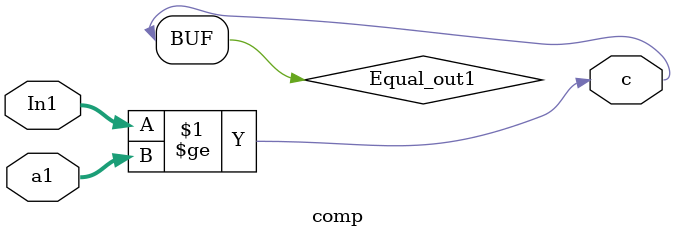
<source format=v>



`timescale 1 ns / 1 ns

module comp
          (In1,
           a1,
           c);


  input   [15:0] In1;  // uint16
  input   [15:0] a1;  // uint16
  output  c;


  wire Equal_out1;


  assign Equal_out1 = In1 >= a1;

  assign c = Equal_out1;

endmodule  // comp


</source>
